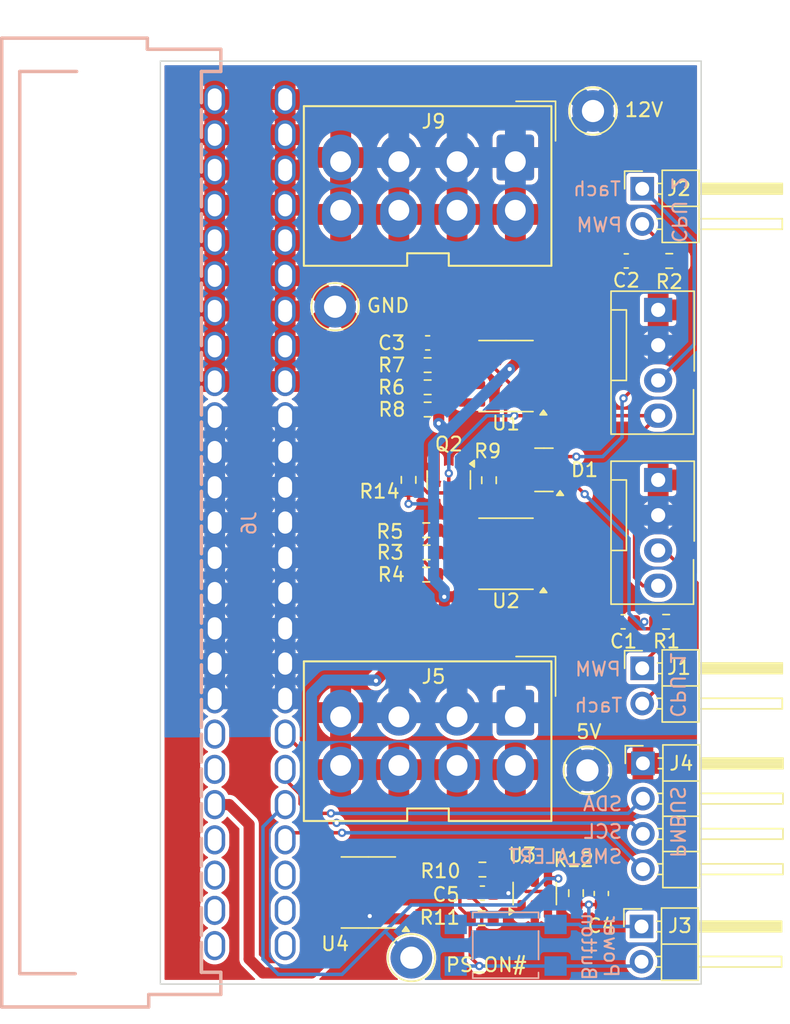
<source format=kicad_pcb>
(kicad_pcb
	(version 20241229)
	(generator "pcbnew")
	(generator_version "9.0")
	(general
		(thickness 1.6)
		(legacy_teardrops no)
	)
	(paper "A4")
	(layers
		(0 "F.Cu" signal)
		(2 "B.Cu" signal)
		(9 "F.Adhes" user "F.Adhesive")
		(11 "B.Adhes" user "B.Adhesive")
		(13 "F.Paste" user)
		(15 "B.Paste" user)
		(5 "F.SilkS" user "F.Silkscreen")
		(7 "B.SilkS" user "B.Silkscreen")
		(1 "F.Mask" user)
		(3 "B.Mask" user)
		(17 "Dwgs.User" user "User.Drawings")
		(19 "Cmts.User" user "User.Comments")
		(21 "Eco1.User" user "User.Eco1")
		(23 "Eco2.User" user "User.Eco2")
		(25 "Edge.Cuts" user)
		(27 "Margin" user)
		(31 "F.CrtYd" user "F.Courtyard")
		(29 "B.CrtYd" user "B.Courtyard")
		(35 "F.Fab" user)
		(33 "B.Fab" user)
		(39 "User.1" user)
		(41 "User.2" user)
		(43 "User.3" user)
		(45 "User.4" user)
	)
	(setup
		(pad_to_mask_clearance 0)
		(allow_soldermask_bridges_in_footprints no)
		(tenting front back)
		(pcbplotparams
			(layerselection 0x00000000_00000000_55555555_5755f5ff)
			(plot_on_all_layers_selection 0x00000000_00000000_00000000_00000000)
			(disableapertmacros no)
			(usegerberextensions no)
			(usegerberattributes yes)
			(usegerberadvancedattributes yes)
			(creategerberjobfile no)
			(dashed_line_dash_ratio 12.000000)
			(dashed_line_gap_ratio 3.000000)
			(svgprecision 4)
			(plotframeref no)
			(mode 1)
			(useauxorigin no)
			(hpglpennumber 1)
			(hpglpenspeed 20)
			(hpglpendiameter 15.000000)
			(pdf_front_fp_property_popups yes)
			(pdf_back_fp_property_popups yes)
			(pdf_metadata yes)
			(pdf_single_document no)
			(dxfpolygonmode yes)
			(dxfimperialunits yes)
			(dxfusepcbnewfont yes)
			(psnegative no)
			(psa4output no)
			(plot_black_and_white yes)
			(plotinvisibletext no)
			(sketchpadsonfab no)
			(plotpadnumbers no)
			(hidednponfab no)
			(sketchdnponfab yes)
			(crossoutdnponfab yes)
			(subtractmaskfromsilk no)
			(outputformat 1)
			(mirror no)
			(drillshape 0)
			(scaleselection 1)
			(outputdirectory "gerbers")
		)
	)
	(net 0 "")
	(net 1 "Net-(C1-Pad1)")
	(net 2 "GND")
	(net 3 "Net-(C2-Pad1)")
	(net 4 "Net-(U1-THR)")
	(net 5 "Net-(J3-Pin_2)")
	(net 6 "Net-(C5-Pad2)")
	(net 7 "+5V")
	(net 8 "Net-(U2A-+)")
	(net 9 "/F1_PWM")
	(net 10 "/F1_TACH")
	(net 11 "/F2_TACH")
	(net 12 "/F2_PWM")
	(net 13 "Net-(J3-Pin_1)")
	(net 14 "/SMB_ALERT#")
	(net 15 "/SDA")
	(net 16 "/SCL")
	(net 17 "+12V")
	(net 18 "/12VSB")
	(net 19 "/PS_ON#")
	(net 20 "/PWM_OUT")
	(net 21 "Net-(Q2-G)")
	(net 22 "Net-(U2A--)")
	(net 23 "Net-(U2B--)")
	(net 24 "Net-(U1-DIS)")
	(net 25 "Net-(R6-Pad1)")
	(net 26 "Net-(R12-Pad1)")
	(net 27 "unconnected-(U1-Q-Pad3)")
	(net 28 "unconnected-(U1-CV-Pad5)")
	(net 29 "unconnected-(U4-NC-Pad5)")
	(net 30 "unconnected-(U4-NC-Pad4)")
	(net 31 "unconnected-(J6-Pin_50-Pad50)")
	(net 32 "unconnected-(J6-Pin_2-Pad2)")
	(net 33 "unconnected-(J6-Pin_48-Pad48)")
	(net 34 "unconnected-(J6-Pin_3-Pad3)")
	(net 35 "unconnected-(J6-Pin_47-Pad47)")
	(net 36 "unconnected-(J6-Pin_44-Pad44)")
	(net 37 "unconnected-(J6-Pin_1-Pad1)")
	(net 38 "unconnected-(J6-Pin_49-Pad49)")
	(net 39 "unconnected-(J6-Pin_45-Pad45)")
	(footprint "TestPoint:TestPoint_Loop_D2.60mm_Drill1.6mm_Beaded" (layer "F.Cu") (at 58.8 71.1))
	(footprint "Resistor_SMD:R_0603_1608Metric" (layer "F.Cu") (at 45.9 50.175 90))
	(footprint "Resistor_SMD:R_0603_1608Metric" (layer "F.Cu") (at 47.275 45.105 180))
	(footprint "Capacitor_SMD:C_0603_1608Metric" (layer "F.Cu") (at 61.6 34.4 180))
	(footprint "Package_SO:SOIC-8_3.9x4.9mm_P1.27mm" (layer "F.Cu") (at 52.925 55.495 180))
	(footprint "Connector_PinHeader_2.54mm:PinHeader_1x02_P2.54mm_Horizontal" (layer "F.Cu") (at 62.75 63.75))
	(footprint "Capacitor_SMD:C_0603_1608Metric" (layer "F.Cu") (at 47.275 40.305 180))
	(footprint "BC250-Footprints:GPU-8P-PCB" (layer "F.Cu") (at 53.6 66.25))
	(footprint "Resistor_SMD:R_0603_1608Metric" (layer "F.Cu") (at 47.2 55.4 180))
	(footprint "Capacitor_SMD:C_0603_1608Metric" (layer "F.Cu") (at 61.375 60.4 180))
	(footprint "Resistor_SMD:R_0603_1608Metric" (layer "F.Cu") (at 47.175 53.8 180))
	(footprint "Package_SO:SOIC-8_3.9x4.9mm_P1.27mm" (layer "F.Cu") (at 52.925 42.695 180))
	(footprint "Connector:FanPinHeader_1x04_P2.54mm_Vertical" (layer "F.Cu") (at 63.9 37.93 -90))
	(footprint "Package_TO_SOT_SMD:SOT-23-6" (layer "F.Cu") (at 55 79.975 90))
	(footprint "Package_TO_SOT_SMD:SOT-23" (layer "F.Cu") (at 55.6625 49.45 180))
	(footprint "Resistor_SMD:R_0603_1608Metric" (layer "F.Cu") (at 57.975 79.95 -90))
	(footprint "BC250-Footprints:GPU-8P-PCB" (layer "F.Cu") (at 53.6 26.25))
	(footprint "TestPoint:TestPoint_Loop_D2.60mm_Drill1.6mm_Beaded" (layer "F.Cu") (at 59.2 23.6))
		(property "Datasheet" ""
			(at 0 0 0)
			(unlocked yes)
			(layer "F.Fab")
			(hide yes)
			(uuid "a6a5ec92-dd44-4a2f-99b4-7bc150c2992f")
			(effects
				(font
					(size 1.27 1.27)
					(thickness 0.15)
				)
			)
		)
		(property "Description" ""
			(at 0 0 0)
			(unlocked yes)
			(layer "F.Fab")
			(hide yes)
			(uuid "eb706097-2ba2-47ed-ada1-27829cc1fb50")
			(effects
				(font
					(size 1.27 1.27)
					(thickness 0.15)
				)
			)
		)
		(property ki_fp_filters "Pin* Test*")
		(path "/f1b23359-f93a-4d2f-b396-3d3e8af9ca2d")
		(sheetname "/")
		(sheetfile "BC250-Power.kicad_sch")
		(attr through_hole)
		(fp_circle
			(center 0 0)
			(end 1.7 0)
			(stroke
				(width 0.12)
				(type solid)
			)
			(fill no)
			(layer "F.SilkS")
			(uuid "13f00f5d-19d2-4b6e-943b-180fde92298f")
		)
		(fp_circle
			(center 0 0)
			(end 2 0)
			(stroke
				(width 0.05)
				(type solid)
			)
			(fill no)
			(layer "F.CrtYd")
			(uuid "fd40157b-77bb-432a-8b80-69ccf79aa31e")
		)
		(fp_line
			(start -1.3 -0.3)
			(end -1.3 0.3)
			(stroke
				(width 0.12)
				(type solid)
			)
			(layer "F.Fab")
			(uuid "c0a7f92b-a466-48a8-92f4-7564296fa124")
		)
		(fp_line
			(start -1.3 0.3)
			(end 1.3 0.3)
			(stroke
				(width 0.12)
				(type solid)
			)
			(layer "F.Fab")
			(uuid "dad03fa8-da16-42e1-afa6-d08ad8eb8781")
		)
		(fp_line
			(start 1.3 -0.3)
			(end -1.3 -0.3)
			(stroke
				(width 0.12)
				(type solid)
			)
			(layer "F.Fab")
			(uuid "800913ba-2fa6-4273-937f-1854b77e2832")
		)
		(fp_line
			(start 1.3 0.3)
			(end 1.3 -0.3)
			(stroke
				(width 0.12)
				(type solid)
			)
			(layer "F.Fab")
			(uuid "c39c44a8-6b1a-42ee-83e3-e7ad39b5a9f2")
		)
		(fp_circle
			(center 0 0)
			(end 1.5 0)
			(stroke
				(width 0.12)
				(type solid)
			)
			(fill no)
			(layer "F.Fab")
			(uuid "8a849f1a-f303-4594-97f0-b2054df12f69")
		)
		(fp_text user "${REFERENCE}"
			(at 0.7 2.5 0)
			(layer "F.Fab")
			(uuid "aa59e83a-8d60-4a58-a26a-d5b11dcaa59f")
			(effects
				(font
					(size 1 1)
					(thickness 0.15)
				)
			)
		)
		(pad "1" thru_hole circle
			(at 0 0)
			(size 3 3)
			(drill 1.6)
			(layers "*.Cu" "*.Mask")
			(remove_unused_layers no)
			(net 17 "+12V")
			(pinfunction "1")
			(pintype "passive")
			(uuid "58d22932-715f-4fc1-ba52-490f60e261aa")
		)
		(embedded_fonts no)
		(model "${KICAD9_3DMODEL_DIR}/TestPoint.3dshapes/TestPoint_Loop_D2.60mm_Drill1.6mm_Beaded.wrl"
			(offset
				(xyz 0 0 0)
			)
			(scale
				(xyz 1 1 1)
			)
			(rotate
				(xyz 0 0 0)
			)
		)
	)
	(footprint "Resistor_SMD:R_0603_1608Metric" (layer "F.Cu") (at 47.175 57))
	(footprint "Resistor_SMD:R_0603_1608Metric" (layer "F.Cu") (at 51.7 50.2 90))
	(footprint "Resistor_SMD:R_0603_1608Metric" (layer "F.Cu") (at 64.7 34.4))
	(footprint "Package_TO_SOT_SMD:SOT-23" (layer "F.Cu") (at 48.8 50.175 -90))
	(footprint "TestPoint:TestPoint_Loop_D2.60mm_Drill1.6mm_Beaded" (layer "F.Cu") (at 46.1 84.6))
	(footprint "TestPoint:TestPoint_Loop_D2.60mm_Drill1.6mm_Beaded" (layer "F.Cu") (at 40.6 37.7))
	(footprint "Connector:FanPinHeader_1x04_P2.54mm_Vertical" (layer "F.Cu") (at 63.9 50.18 -90))
	(footprint "Resistor_SMD:R_0603_1608Metric" (layer "F.Cu") (at 51.225 78.25))
	(footprint "Connector_PinHeader_2.54mm:PinHeader_1x02_P2.54mm_Horizontal" (layer "F.Cu") (at 62.75 29.2))
	(footprint "Connector_PinHeader_2.54mm:PinHeader_1x02_P2.54mm_Horizontal" (layer "F.Cu") (at 62.7 82.35))
	(footprint "Capacitor_SMD:C_0603_1608Metric" (layer "F.Cu") (at 59.8 79.975 90))
	(footprint "Resistor_SMD:R_0603_1608Metric" (layer "F.Cu") (at 64.475 60.4))
	(footprint "Resistor_SMD:R_0603_1608Metric" (layer "F.Cu") (at 47.275 43.505))
	(footprint "Capacitor_SMD:C_0603_1608Metric" (layer "F.Cu") (at 51.225 79.95 180))
	(footprint "Resistor_SMD:R_0603_1608Metric" (layer "F.Cu") (at 47.275 41.905))
	(footprint "Connector_PinHeader_2.54mm:PinHeader_1x04_P2.54mm_Horizontal"
		(layer "F.Cu")
		(uuid "d1289801-ea9e-4d85-a124-3c006cf3f7b7")
		(at 62.8 70.6)
		(descr "Through hole angled pin header, 1x04, 2.54mm pitch, 6mm pin length, single row")
		(tags "Through hole angled pin header THT 1x04 2.54mm single row")
		(property "Reference" "J4"
			(at 2.77 0 0)
			(layer "F.SilkS")
			(uuid "3c5075c6-1980-488a-879a-833e08a87330")
			(effects
				(font
					(size 1 1)
					(thickness 0.15)
				)
			)
		)
		(property "Value" "Conn_01x04_Pin"
			(at 4.385 9.89 0)
			(layer "F.Fab")
			(uuid "64fbde50-58b4-4c40-825c-5254b01fa59b")
			(effects
				(font
					(size 1 1)
					(thickness 0.15)
				)
			)
		)
		(property "Datasheet" ""
			(at 0 0 0)
			(unlocked yes)
			(layer "F.Fab")
			(hide yes)
			(uuid "81ea3700-f6fa-414f-99f7-a5a45464ae9a")
			(effects
				(font
					(size 1.27 1.27)
					(thickness 0.15)
				)
			)
		)
		(property "Description" ""
			(at 0 0 0)
			(unlocked yes)
			(layer "F.Fab")
			(hide yes)
			(uuid "072d002e-b549-4337-b78e-d14db83c6762")
			(effects
				(font
					(size 1.27 1.27)
					(thickness 0.15)
				)
			)
		)
		(property ki_fp_filters "Connector*:*_1x??_*")
		(path "/04936329-b9bd-4e90-88ac-1eaa36ff7af6")
		(sheetname "/")
		(sheetfile "BC250-Power.kicad_sch")
		(attr through_hole)
		(fp_line
			(start -1.27 -1.27)
			(end 0 -1.27)
			(stroke
				(width 0.12)
				(type solid)
			)
			(layer "F.SilkS")
			(uuid "68eabda8-ec94-4ab2-bfad-fd7833718010")
		)
		(fp_line
			(start -1.27 0)
			(end -1.27 -1.27)
			(stroke
				(width 0.12)
				(type solid)
			)
			(layer "F.SilkS")
			(uuid "741ad651-c4c3-42a1-8d71-762c29486903")
		)
		(fp_line
			(start 1.042929 2.16)
			(end 1.44 2.16)
			(stroke
				(width 0.12)
				(type solid)
			)
			(layer "F.SilkS")
			(uuid "1ab7549f-381a-45d8-9fd3-f3a786c38d6f")
		)
		(fp_line
			(start 1.042929 2.92)
			(end 1.44 2.92)
			(stroke
				(width 0.12)
				(type solid)
			)
			(layer "F.SilkS")
			(uuid "e7d4e7db-3be5-4a13-8ea3-e6a7a2aba922")
		)
		(fp_line
			(start 1.042929 4.7)
			(end 1.44 4.7)
			(stroke
				(width 0.12)
				(type solid)
			)
			(layer "F.SilkS")
			(uuid "157ba836-75d5-47f8-8933-def7e7ce79fb")
		)
		(fp_line
			(start 1.042929 5.46)
			(end 1.44 5.46)
			(stroke
				(width 0.12)
				(type solid)
			)
			(layer "F.SilkS")
			(uuid "149e5fc1-ee57-4f3e-9025-3e9ddc7a1f3c")
		)
		(fp_line
			(start 1.042929 7.24)
			(end 1.44 7.24)
			(stroke
				(width 0.12)
				(type solid)
			)
			(layer "F.SilkS")
			(uuid "d0d296c5-0f1c-4195-9a2c-3297bcf7bc16")
		)
		(fp_line
			(start 1.042929 8)
			(end 1.44 8)
			(stroke
				(width 0.12)
				(type solid)
			)
			(layer "F.SilkS")
			(uuid "fb64f5b9-5b38-45c9-85ce-3b9b22071b45")
		)
		(fp_line
			(start 1.11 -0.38)
			(end 1.44 -0.38)
			(stroke
				(width 0.12)
				(type solid)
			)
			(layer "F.SilkS")
			(uuid "5b7df3ff-abc6-4186-8b9b-4be6e67a5839")
		)
		(fp_line
			(start 1.11 0.38)
			(end 1.44 0.38)
			(stroke
				(width 0.12)
				(type solid)
			)
			(layer "F.SilkS")
			(uuid "797ac6c7-06d3-444f-b882-25901c1127cc")
		)
		(fp_line
			(start 1.44 -1.33)
			(end 1.44 8.95)
			(stroke
				(width 0.12)
				(type solid)
			)
			(layer "F.SilkS")
			(uuid "3ef96700-b6a6-4354-adf7-52b45d8ad3bc")
		)
		(fp_line
			(start 1.44 1.27)
			(end 4.1 1.27)
			(stroke
				(width 0.12)
				(type solid)
			)
			(layer "F.SilkS")
			(uuid "8f2258e8-6334-4c6a-a924-ad20fc33755e")
		)
		(fp_line
			(start 1.44 3.81)
			(end 4.1 3.81)
			(stroke
				(width 0.12)
				(type solid)
			)
			(layer "F.SilkS")
			(uuid "86265cda-fb50-420b-8fc8-d32659d6992d")
		)
		(fp_line
			(start 1.44 6.35)
			(end 4.1 6.35)
			(stroke
				(width 0.12)
				(type solid)
			)
			(layer "F.SilkS")
			(uuid "477bf789-e0d6-4a06-aec0-f9e5150843fc")
		)
		(fp_line
			(start 1.44 8.95)
			(end 4.1 8.95)
			(stroke
				(width 0.12)
				(type solid)
			)
			(layer "F.SilkS")
			(uuid "39bf76f1-1e1d-47bc-9c12-f67cdd52853b")
		)
		(fp_line
			(start 4.1 -1.33)
			(end 1.44 -1.33)
			(stroke
				(width 0.12)
				(type solid)
			)
			(layer "F.SilkS")
			(uuid "bbb2a0da-2990-4139-9ba8-9fc5f2cc35ab")
		)
		(fp_line
			(start 4.1 -0.38)
			(end 10.1 -0.38)
			(stroke
				(width 0.12)
				(type solid)
			)
			(layer "F.SilkS")
			(uuid "41e7efaa-bfc0-400a-bc3d-6a1491f1b185")
		)
		(fp_line
			(start 4.1 -0.32)
			(end 10.1 -0.32)
			(stroke
				(width 0.12)
				(type solid)
			)
			(layer "F.SilkS")
			(uuid "74c87b9d-e9dd-4943-83af-8a63c296fd19")
		)
		(fp_line
			(start 4.1 -0.2)
			(end 10.1 -0.2)
			(stroke
				(width 0.12)
				(type solid)
			)
			(layer "F.SilkS")
			(uuid "b5f3f310-c486-4e72-8d11-ff6845ff5ad5")
		)
		(fp_line
			(start 4.1 -0.08)
			(end 10.1 -0.08)
			(stroke
				(width 0.12)
				(type solid)
			)
			(layer "F.SilkS")
			(uuid "c5209a8d-fc1f-4dd3-9473-363d4fd6caaa")
		)
		(fp_line
			(start 4.1 0.04)
			(end 10.1 0.04)
			(stroke
				(width 0.12)
				(type solid)
			)
			(layer "F.SilkS")
			(uuid "d0b939bf-3b7c-4e15-9892-2fe3ba86f7f5")
		)
		(fp_line
			(start 4.1 0.16)
			(end 10.1 0.16)
			(stroke
				(width 0.12)
				(type solid)
			)
			(layer "F.SilkS")
			(uuid "55140bd9-03a0-486a-aa94-b5bcddfff8e7")
		)
		(fp_line
			(start 4.1 0.28)
			(end 10.1 0.28)
			(stroke
				(width 0.12)
				(type solid)
			)
			(layer "F.SilkS")
			(uuid "5742c9d0-5b9b-465d-be5b-e62c934552a0")
		)
		(fp_line
			(start 4.1 2.16)
			(end 10.1 2.16)
			(stroke
				(width 0.12)
				(type solid)
			)
			(layer "F.SilkS")
			(uuid "58339298-f61e-4758-9304-d355ab5db7f8")
		)
		(fp_line
			(start 4.1 4.7)
			(end 10.1 4.7)
			(stroke
				(width 0.12)
				(type solid)
			)
			(layer "F.SilkS")
			(uuid "f0abf931-00cb-4637-81e5-9997b843a4d5")
		)
		(fp_line
			(start 4.1 7.24)
			(end 10.1 7.24)
			(stroke
				(width 0.12)
				(type solid)
			)
			(layer "F.SilkS")
			(uuid "99549f72-de6a-4a9e-9b44-b0f1047f64cf")
		)
		(fp_line
			(start 4.1 8.95)
			(end 4.1 -1.33)
			(stroke
				(width 0.12)
				(type solid)
			)
			(layer "F.SilkS")
			(uuid "fdc5262b-d484-46e5-aa12-e53741ab821e")
		)
		(fp_line
			(start 10.1 -0.38)
			(end 10.1 0.38)
			(stroke
				(width 0.12)
				(type solid)
			)
			(layer "F.SilkS")
			(uuid "a2900f0a-ddd0-437e-bd8e-378de1102550")
		)
		(fp_line
			(start 10.1 0.38)
			(end 4.1 0.38)
			(stroke
				(width 0.12)
				(type solid)
			)
			(layer "F.SilkS")
			(uuid "dab7c5c5-c216-4e0c-b5dc-f63177dfb534")
		)
		(fp_line
			(start 10.1 2.16)
			(end 10.1 2.92)
			(stroke
				(width 0.12)
				(type solid)
			)
			(layer "F.SilkS")
			(uuid "eb9031f9-38af-4420-82aa-528418ff8cd0")
		)
		(fp_line
			(start 10.1 2.92)
			(end 4.1 2.92)
			(stroke
				(width 0.12)
				(type solid)
			)
			(layer "F.SilkS")
			(uuid "c215bf3e-4e95-4563-8fda-f645e2a2113d")
		)
		(fp_line
			(start 10.1 4.7)
			(end 10.1 5.46)
			(stroke
				(width 0.12)
				(type solid)
			)
			(layer "F.SilkS")
			(uuid "14fdc01c-e5c5-4759-a7b8-521e6d753810")
		)
		(fp_line
			(start 10.1 5.46)
			(end 4.1 5.46)
			(stroke
				(width 0.12)
				(type solid)
			)
			(layer "F.SilkS")
			(uuid "2d31ddc0-447c-41ea-9e23-109974430d4b")
		)
		(fp_line
			(start 10.1 7.24)
			(end 10.1 8)
			(stroke
				(width 0.12)
				(type solid)
			)
			(layer "F.SilkS")
			(uuid "a300c0da-e10c-4c3e-83b0-220c8d61bcc5")
		)
		(fp_line
			(start 10.1 8)
			(end 4.1 8)
			(stroke
				(width 0.12)
				(type solid)
			)
			(layer "F.SilkS")
			(uuid "2b920350-12bc-440a-9c09-93d663ceac3a")
		)
		(fp_line
			(start -1.8 -1.8)
			(end -1.8 9.4)
			(stroke
				(width 0.05)
				(type solid)
			)
			(layer "F.CrtYd")
			(uuid "59435b64-24da-48e9-a25c-0c80c14143de")
		)
		(fp_line
			(start -1.8 9.4)
			(end 10.55 9.4)
			(stroke
				(width 0.05)
				(type solid)
			)
			(layer "F.CrtYd")
			(uuid "4eaced58-3073-415c-ae0a-d60400475de1")
		)
		(fp_line
			(start 10.55 -1.8)
			(end -1.8 -1.8)
			(stroke
				(width 0.05)
				(type solid)
			)
			(layer "F.CrtYd")
			(uuid "79da9c2a-6523-4bfb-80c2-e5a7bcb4f3fe")
		)
		(fp_line
			(start 10.55 9.4)
			(end 10.55 -1.8)
			(stroke
				(width 0.05)
				(type solid)
			)
			(layer "F.CrtYd")
			(uuid "d6254c94-f154-4081-b0b1-908b7d9cd6b8")
		)
		(fp_line
			(start -0.32 -0.32)
			(end -0.32 0.32)
			(stroke
				(width 0.1)
				(type solid)
			)
			(layer "F.Fab")
			(uuid "e2e4bb9b-d866-4502-9ce1-c6235c1db3a6")
		)
		(fp_line
			(start -0.32 -0.32)
			(end 1.5 -0.32)
			(stroke
				(width 0.1)
				(type solid)
			)
			(layer "F.Fab")
			(uuid "19ffd5f1-2b2a-4904-8a09-8c7f4da26f8b")
		)
		(fp_line
			(start -0.32 0.32)
			(end 1.5 0.32)
			(stroke
				(width 0.1)
				(type solid)
			)
			(layer "F.Fab")
			(uuid "861f7032-ab04-4b78-b1c5-40c0e0771683")
		)
		(fp_line
			(start -0.32 2.22)
			(end -0.32 2.86)
			(stroke
				(width 0.1)
				(type solid)
			)
			(layer "F.Fab")
			(uuid "c57b46b2-aa7d-44ed-aafe-ba414c7c0363")
		)
		(fp_line
			(start -0.32 2.22)
			(end 1.5 2.22)
			(stroke
				(width 0.1)
				(type solid)
			)
			(layer "F.Fab")
			(uuid "e10d69cd-b9b3-475f-85bb-9fb4c1e3e384")
		)
		(fp_line
			(start -0.32 2.86)
			(end 1.5 2.86)
			(stroke
				(width 0.1)
				(type solid)
			)
			(layer "F.Fab")
			(uuid "45a72d6b-9ee0-409d-b361-e23e9f68be61")
		)
		(fp_line
			(start -0.32 4.76)
			(end -0.32 5.4)
			(stroke
				(width 0.1)
				(type solid)
			)
			(layer "F.Fab")
			(uuid "13f4b82a-afba-4113-87c5-f8abb1ea1209")
		)
		(fp_line
			(start -0.32 4.76)
			(end 1.5 4.76)
			(stroke
				(width 0.1)
				(type solid)
			)
			(layer "F.Fab")
			(uuid "b302522d-6825-403a-96db-27eb948a4011")
		)
		(fp_line
			(start -0.32 5.4)
			(end 1.5 5.4)
			(stroke
				(width 0.1)
				(type solid)
			)
			(layer "F.Fab")
			(uuid "536c6ca6-563c-41cc-9dee-52c7f5bddc10")
		)
		(fp_line
			(start -0.32 7.3)
			(end -0.32 7.94)
			(stroke
				(width 0.1)
				(type solid)
			)
			(layer "F.Fab")
			(uuid "883cb10c-3cf5-4fd5-8e35-cc4f392c8462")
		)
		(fp_line
			(start -0.32 7.3)
			(end 1.5 7.3)
			(stroke
				(width 0.1)
				(type solid)
			)
			(layer "F.Fab")
			(uuid "eb2d50e0-16f8-4afa-8e9e-e6dc11941a2a")
		)
		(fp_line
			(start -0.32 7.94)
			(end 1.5 7.94)
			(stroke
				(width 0.1)
				(type solid)
			)
			(layer "F.Fab")
			(uuid "36454cee-a74a-4d00-950f-2a72e1ade587")
		)
		(fp_line
			(start 1.5 -0.635)
			(end 2.135 -1.27)
			(stroke
				(width 0.1)
				(type solid)
			)
			(layer "F.Fab")
			(uuid "0ab30f88-6f97-418c-a165-e5895b1b1b96")
		)
		(fp_line
			(start 1.5 8.89)
			(end 1.5 -0.635)
			(stroke
				(width 0.1)
				(type solid)
			)
			(layer "F.Fab")
			(uuid "ef894087-3a3a-4b0d-9980-5e660215cc64")
		)
		(fp_line
			(start 2.135 -1.27)
			(end 4.04 -1.27)
			(stroke
				(width 0.1)
				(type solid)
			)
			(layer "F.Fab")
			(uuid "a5cd5742-0434-4d6a-ae3a-781db22418f8")
		)
		(fp_line
			(start 4.04 -1.27)
			(end 4.04 8.89)
			(stroke
				(width 0.1)
				(type solid)
			)
			(layer "F.Fab")
			(uuid "1a89d39d-d91a-4b8c-994d-6bd6eb2772f9")
		)
		(fp_line
			(start 4.04 -0.32)
			(end 10.04 -0.32)
			(stroke
				(width 0.1)
				(type solid)
			)
			(layer "F.Fab")
			(uuid "114a0397-9ee5-4bae-a0cf-7fd72b22abff")
		)
		(fp_line
			(start 4.04 0.32)
			(end 10.04 0.32)
			(stroke
				(width 0.1)
				(type solid)
			)
			(layer "F.Fab")
			(uuid "c229358e-05c6-4301-8e22-ddea4d1f1f37")
		)
		(fp_line
			(start 4.04 2.22)
			(end 10.04 2.22)
			(stroke
				(width 0.1)
				(type solid)
			)
			(layer "F.Fab")
			(uuid "3ab59f70-b559-46b8-a9d9-4416f0cc35a4")
		)
		(fp_line
			(start 4.04 2.86)
			(end 10.04 2.86)
			(stroke
				(width 0.1)
				(type solid)
			)
			(layer "F.Fab")
			(uuid "7742036e-a89d-4ffd-a450-f05bf6c14efb")
		)
		(fp_line
			(start 4.04 4.76)
			(end 10.04 4.76)
			(stroke
				(width 0.1)
				(type solid)
			)
			(layer "F.Fab")
			(uuid "2f7c19d4-7070-4ac7-bda9-423efda86e91")
		)
		(fp_line
			(start 4.04 5.4)
			(end 10.04 5.4)
			(stroke
				(width 0.1)
				(type solid)
			)
			(layer "F.Fab")
			(uuid "29c72eda-e9ae-415d-8fb6-0330afba0be9")
		)
		(fp_line
			(start 4.04 7.3)
			(end 10.04 7.3)
			(stroke
				(width 0.1)
				(type solid)
			)
			(layer "F.Fab")
			(uuid "948928a0-6487-4f27-b2e5-bc897ac6b36d")
		)
		(fp_line
			(start 4.04 7.94)
			(end 10.04 7.94)
			(stroke
				(width 0.1)
				(type solid)
			)
			(layer "F.Fab")
			(uuid "8d39d41e-eab1-4d13-a26e-d8511ba99445")
		)
		(fp_line
			(start 4.04 8.89)
			(end 1.5 8.89)
			(stroke
				(width 0.1)
				(type solid)
			)
			(layer "F.Fab")
			(uuid "b3c46e2a-30a4-4678-a5cf-1c6742885876")
		)
		(fp_line
			(start 10.04 -0.32)
			(end 10.04 0.32)
			(stroke
				(width 0.1)
				(type solid)
			)
			(layer "F.Fab")
			(uuid "78318860-5ea9-4d05-8755-6cf87a7aef8e")
		)
		(fp_line
			(start 10.04 2.22)
			(end 10.04 2.86)
			(stroke
				(width 0.1)
				(type solid)
			)
			(layer "F.Fab")
			(uuid "5ec4934e-1cc2-4f3c-8927-9781da295abe")
		)
		(fp_line
			(start 10.04 4.76)
			(end 10.04 5.4)
			(stroke
				(width 0.1)
				(type solid)
			)
			(layer "F.Fab")
			(uuid "39e09cf8-fc0b-4
... [403204 chars truncated]
</source>
